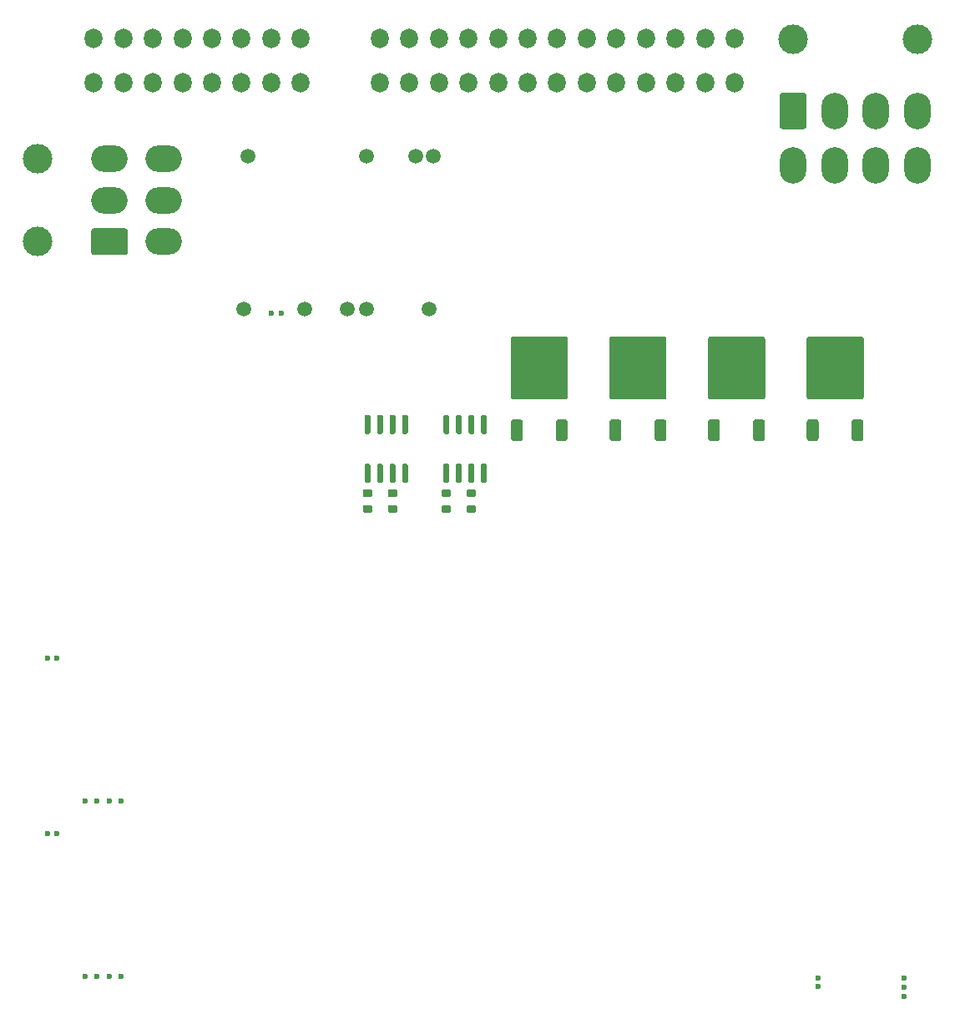
<source format=gts>
G04 #@! TF.GenerationSoftware,KiCad,Pcbnew,8.0.9-8.0.9-0~ubuntu24.04.1*
G04 #@! TF.CreationDate,2025-06-27T12:52:10+00:00*
G04 #@! TF.ProjectId,EP91Starlet,45503931-5374-4617-926c-65742e6b6963,rev?*
G04 #@! TF.SameCoordinates,Original*
G04 #@! TF.FileFunction,Soldermask,Top*
G04 #@! TF.FilePolarity,Negative*
%FSLAX46Y46*%
G04 Gerber Fmt 4.6, Leading zero omitted, Abs format (unit mm)*
G04 Created by KiCad (PCBNEW 8.0.9-8.0.9-0~ubuntu24.04.1) date 2025-06-27 12:52:10*
%MOMM*%
%LPD*%
G01*
G04 APERTURE LIST*
%ADD10C,3.000000*%
%ADD11O,2.700000X3.700000*%
%ADD12C,0.600000*%
%ADD13C,1.500000*%
%ADD14O,1.800000X2.000000*%
%ADD15O,3.700000X2.700000*%
G04 APERTURE END LIST*
D10*
G04 #@! TO.C,J1*
X78976000Y98068000D03*
X91576000Y98068000D03*
G36*
G01*
X77626000Y89168001D02*
X77626000Y92367999D01*
G75*
G02*
X77876001Y92618000I250001J0D01*
G01*
X80075999Y92618000D01*
G75*
G02*
X80326000Y92367999I0J-250001D01*
G01*
X80326000Y89168001D01*
G75*
G02*
X80075999Y88918000I-250001J0D01*
G01*
X77876001Y88918000D01*
G75*
G02*
X77626000Y89168001I0J250001D01*
G01*
G37*
D11*
X83176000Y90768000D03*
X87376000Y90768000D03*
X91576000Y90768000D03*
X78976000Y85268000D03*
X83176000Y85268000D03*
X87376000Y85268000D03*
X91576000Y85268000D03*
G04 #@! TD*
D12*
G04 #@! TO.C,M1*
X8395500Y20834000D03*
X7195500Y20834000D03*
X9595500Y20834000D03*
X10795500Y20834000D03*
X4335500Y35259000D03*
X3335500Y35259000D03*
G04 #@! TD*
G04 #@! TO.C,R1*
G36*
G01*
X38745000Y50060000D02*
X37965000Y50060000D01*
G75*
G02*
X37895000Y50130000I0J70000D01*
G01*
X37895000Y50690000D01*
G75*
G02*
X37965000Y50760000I70000J0D01*
G01*
X38745000Y50760000D01*
G75*
G02*
X38815000Y50690000I0J-70000D01*
G01*
X38815000Y50130000D01*
G75*
G02*
X38745000Y50060000I-70000J0D01*
G01*
G37*
G36*
G01*
X38745000Y51660000D02*
X37965000Y51660000D01*
G75*
G02*
X37895000Y51730000I0J70000D01*
G01*
X37895000Y52290000D01*
G75*
G02*
X37965000Y52360000I70000J0D01*
G01*
X38745000Y52360000D01*
G75*
G02*
X38815000Y52290000I0J-70000D01*
G01*
X38815000Y51730000D01*
G75*
G02*
X38745000Y51660000I-70000J0D01*
G01*
G37*
G04 #@! TD*
G04 #@! TO.C,Q2*
G36*
G01*
X61315000Y57300000D02*
X60615000Y57300000D01*
G75*
G02*
X60365000Y57550000I0J250000D01*
G01*
X60365000Y59250000D01*
G75*
G02*
X60615000Y59500000I250000J0D01*
G01*
X61315000Y59500000D01*
G75*
G02*
X61565000Y59250000I0J-250000D01*
G01*
X61565000Y57550000D01*
G75*
G02*
X61315000Y57300000I-250000J0D01*
G01*
G37*
G36*
G01*
X65895003Y61500000D02*
X60594997Y61500000D01*
G75*
G02*
X60345000Y61749997I0J249997D01*
G01*
X60345000Y67650003D01*
G75*
G02*
X60594997Y67900000I249997J0D01*
G01*
X65895003Y67900000D01*
G75*
G02*
X66145000Y67650003I0J-249997D01*
G01*
X66145000Y61749997D01*
G75*
G02*
X65895003Y61500000I-249997J0D01*
G01*
G37*
G36*
G01*
X65875000Y57300000D02*
X65175000Y57300000D01*
G75*
G02*
X64925000Y57550000I0J250000D01*
G01*
X64925000Y59250000D01*
G75*
G02*
X65175000Y59500000I250000J0D01*
G01*
X65875000Y59500000D01*
G75*
G02*
X66125000Y59250000I0J-250000D01*
G01*
X66125000Y57550000D01*
G75*
G02*
X65875000Y57300000I-250000J0D01*
G01*
G37*
G04 #@! TD*
G04 #@! TO.C,Q1*
G36*
G01*
X51315000Y57300000D02*
X50615000Y57300000D01*
G75*
G02*
X50365000Y57550000I0J250000D01*
G01*
X50365000Y59250000D01*
G75*
G02*
X50615000Y59500000I250000J0D01*
G01*
X51315000Y59500000D01*
G75*
G02*
X51565000Y59250000I0J-250000D01*
G01*
X51565000Y57550000D01*
G75*
G02*
X51315000Y57300000I-250000J0D01*
G01*
G37*
G36*
G01*
X55895003Y61500000D02*
X50594997Y61500000D01*
G75*
G02*
X50345000Y61749997I0J249997D01*
G01*
X50345000Y67650003D01*
G75*
G02*
X50594997Y67900000I249997J0D01*
G01*
X55895003Y67900000D01*
G75*
G02*
X56145000Y67650003I0J-249997D01*
G01*
X56145000Y61749997D01*
G75*
G02*
X55895003Y61500000I-249997J0D01*
G01*
G37*
G36*
G01*
X55875000Y57300000D02*
X55175000Y57300000D01*
G75*
G02*
X54925000Y57550000I0J250000D01*
G01*
X54925000Y59250000D01*
G75*
G02*
X55175000Y59500000I250000J0D01*
G01*
X55875000Y59500000D01*
G75*
G02*
X56125000Y59250000I0J-250000D01*
G01*
X56125000Y57550000D01*
G75*
G02*
X55875000Y57300000I-250000J0D01*
G01*
G37*
G04 #@! TD*
D13*
G04 #@! TO.C,M6*
X42080000Y70698003D03*
X35680003Y70698003D03*
X33780000Y70698003D03*
X29480000Y70698003D03*
D12*
X27080003Y70248004D03*
X26080002Y70248004D03*
D13*
X23230000Y70698003D03*
X42530002Y86198000D03*
X40680003Y86198000D03*
X35730000Y86198000D03*
X23680002Y86198000D03*
G04 #@! TD*
G04 #@! TO.C,R2*
G36*
G01*
X46745000Y50060000D02*
X45965000Y50060000D01*
G75*
G02*
X45895000Y50130000I0J70000D01*
G01*
X45895000Y50690000D01*
G75*
G02*
X45965000Y50760000I70000J0D01*
G01*
X46745000Y50760000D01*
G75*
G02*
X46815000Y50690000I0J-70000D01*
G01*
X46815000Y50130000D01*
G75*
G02*
X46745000Y50060000I-70000J0D01*
G01*
G37*
G36*
G01*
X46745000Y51660000D02*
X45965000Y51660000D01*
G75*
G02*
X45895000Y51730000I0J70000D01*
G01*
X45895000Y52290000D01*
G75*
G02*
X45965000Y52360000I70000J0D01*
G01*
X46745000Y52360000D01*
G75*
G02*
X46815000Y52290000I0J-70000D01*
G01*
X46815000Y51730000D01*
G75*
G02*
X46745000Y51660000I-70000J0D01*
G01*
G37*
G04 #@! TD*
D12*
G04 #@! TO.C,M5*
X8395500Y3054000D03*
X7195500Y3054000D03*
X9595500Y3054000D03*
X10795500Y3054000D03*
X4335500Y17479000D03*
X3335500Y17479000D03*
G04 #@! TD*
D14*
G04 #@! TO.C,U1*
X8056000Y93650000D03*
X11056000Y93650000D03*
X14056000Y93650000D03*
X17056000Y93650000D03*
X20056000Y93650000D03*
X23056000Y93650000D03*
X26056000Y93650000D03*
X29056000Y93650000D03*
X37056000Y93650000D03*
X40056000Y93650000D03*
X43056000Y93650000D03*
X46056000Y93650000D03*
X49056000Y93650000D03*
X52056000Y93650000D03*
X55056000Y93650000D03*
X58056000Y93650000D03*
X61056000Y93650000D03*
X64056000Y93650000D03*
X67056000Y93650000D03*
X70056000Y93650000D03*
X73056000Y93650000D03*
X73056000Y98150000D03*
X70056000Y98150000D03*
X67056000Y98150000D03*
X64056000Y98150000D03*
X61056000Y98150000D03*
X58056000Y98150000D03*
X55056000Y98150000D03*
X52056000Y98150000D03*
X49056000Y98150000D03*
X46056000Y98150000D03*
X43056000Y98150000D03*
X40056000Y98150000D03*
X37056000Y98150000D03*
X29056000Y98150000D03*
X26056000Y98150000D03*
X23056000Y98150000D03*
X20056000Y98150000D03*
X17056000Y98150000D03*
X14056000Y98150000D03*
X11056000Y98150000D03*
X8056000Y98150000D03*
G04 #@! TD*
D10*
G04 #@! TO.C,J2*
X2352000Y77512000D03*
X2352000Y85912000D03*
G36*
G01*
X11251999Y76162000D02*
X8052001Y76162000D01*
G75*
G02*
X7802000Y76412001I0J250001D01*
G01*
X7802000Y78611999D01*
G75*
G02*
X8052001Y78862000I250001J0D01*
G01*
X11251999Y78862000D01*
G75*
G02*
X11502000Y78611999I0J-250001D01*
G01*
X11502000Y76412001D01*
G75*
G02*
X11251999Y76162000I-250001J0D01*
G01*
G37*
D15*
X9652000Y81712000D03*
X9652000Y85912000D03*
X15152000Y77512000D03*
X15152000Y81712000D03*
X15152000Y85912000D03*
G04 #@! TD*
G04 #@! TO.C,U3*
G36*
G01*
X43965000Y53067000D02*
X43665000Y53067000D01*
G75*
G02*
X43515000Y53217000I0J150000D01*
G01*
X43515000Y54867000D01*
G75*
G02*
X43665000Y55017000I150000J0D01*
G01*
X43965000Y55017000D01*
G75*
G02*
X44115000Y54867000I0J-150000D01*
G01*
X44115000Y53217000D01*
G75*
G02*
X43965000Y53067000I-150000J0D01*
G01*
G37*
G36*
G01*
X45235000Y53067000D02*
X44935000Y53067000D01*
G75*
G02*
X44785000Y53217000I0J150000D01*
G01*
X44785000Y54867000D01*
G75*
G02*
X44935000Y55017000I150000J0D01*
G01*
X45235000Y55017000D01*
G75*
G02*
X45385000Y54867000I0J-150000D01*
G01*
X45385000Y53217000D01*
G75*
G02*
X45235000Y53067000I-150000J0D01*
G01*
G37*
G36*
G01*
X46505000Y53067000D02*
X46205000Y53067000D01*
G75*
G02*
X46055000Y53217000I0J150000D01*
G01*
X46055000Y54867000D01*
G75*
G02*
X46205000Y55017000I150000J0D01*
G01*
X46505000Y55017000D01*
G75*
G02*
X46655000Y54867000I0J-150000D01*
G01*
X46655000Y53217000D01*
G75*
G02*
X46505000Y53067000I-150000J0D01*
G01*
G37*
G36*
G01*
X47775000Y53067000D02*
X47475000Y53067000D01*
G75*
G02*
X47325000Y53217000I0J150000D01*
G01*
X47325000Y54867000D01*
G75*
G02*
X47475000Y55017000I150000J0D01*
G01*
X47775000Y55017000D01*
G75*
G02*
X47925000Y54867000I0J-150000D01*
G01*
X47925000Y53217000D01*
G75*
G02*
X47775000Y53067000I-150000J0D01*
G01*
G37*
G36*
G01*
X47775000Y58017000D02*
X47475000Y58017000D01*
G75*
G02*
X47325000Y58167000I0J150000D01*
G01*
X47325000Y59817000D01*
G75*
G02*
X47475000Y59967000I150000J0D01*
G01*
X47775000Y59967000D01*
G75*
G02*
X47925000Y59817000I0J-150000D01*
G01*
X47925000Y58167000D01*
G75*
G02*
X47775000Y58017000I-150000J0D01*
G01*
G37*
G36*
G01*
X46505000Y58017000D02*
X46205000Y58017000D01*
G75*
G02*
X46055000Y58167000I0J150000D01*
G01*
X46055000Y59817000D01*
G75*
G02*
X46205000Y59967000I150000J0D01*
G01*
X46505000Y59967000D01*
G75*
G02*
X46655000Y59817000I0J-150000D01*
G01*
X46655000Y58167000D01*
G75*
G02*
X46505000Y58017000I-150000J0D01*
G01*
G37*
G36*
G01*
X45235000Y58017000D02*
X44935000Y58017000D01*
G75*
G02*
X44785000Y58167000I0J150000D01*
G01*
X44785000Y59817000D01*
G75*
G02*
X44935000Y59967000I150000J0D01*
G01*
X45235000Y59967000D01*
G75*
G02*
X45385000Y59817000I0J-150000D01*
G01*
X45385000Y58167000D01*
G75*
G02*
X45235000Y58017000I-150000J0D01*
G01*
G37*
G36*
G01*
X43965000Y58017000D02*
X43665000Y58017000D01*
G75*
G02*
X43515000Y58167000I0J150000D01*
G01*
X43515000Y59817000D01*
G75*
G02*
X43665000Y59967000I150000J0D01*
G01*
X43965000Y59967000D01*
G75*
G02*
X44115000Y59817000I0J-150000D01*
G01*
X44115000Y58167000D01*
G75*
G02*
X43965000Y58017000I-150000J0D01*
G01*
G37*
G04 #@! TD*
D12*
G04 #@! TO.C,M3*
X90202000Y2880000D03*
X90202000Y1930000D03*
X90202000Y980002D03*
X81502000Y1980000D03*
X81502000Y2880000D03*
G04 #@! TD*
G04 #@! TO.C,Q3*
G36*
G01*
X71315000Y57300000D02*
X70615000Y57300000D01*
G75*
G02*
X70365000Y57550000I0J250000D01*
G01*
X70365000Y59250000D01*
G75*
G02*
X70615000Y59500000I250000J0D01*
G01*
X71315000Y59500000D01*
G75*
G02*
X71565000Y59250000I0J-250000D01*
G01*
X71565000Y57550000D01*
G75*
G02*
X71315000Y57300000I-250000J0D01*
G01*
G37*
G36*
G01*
X75895003Y61500000D02*
X70594997Y61500000D01*
G75*
G02*
X70345000Y61749997I0J249997D01*
G01*
X70345000Y67650003D01*
G75*
G02*
X70594997Y67900000I249997J0D01*
G01*
X75895003Y67900000D01*
G75*
G02*
X76145000Y67650003I0J-249997D01*
G01*
X76145000Y61749997D01*
G75*
G02*
X75895003Y61500000I-249997J0D01*
G01*
G37*
G36*
G01*
X75875000Y57300000D02*
X75175000Y57300000D01*
G75*
G02*
X74925000Y57550000I0J250000D01*
G01*
X74925000Y59250000D01*
G75*
G02*
X75175000Y59500000I250000J0D01*
G01*
X75875000Y59500000D01*
G75*
G02*
X76125000Y59250000I0J-250000D01*
G01*
X76125000Y57550000D01*
G75*
G02*
X75875000Y57300000I-250000J0D01*
G01*
G37*
G04 #@! TD*
G04 #@! TO.C,U2*
G36*
G01*
X35965000Y53067000D02*
X35665000Y53067000D01*
G75*
G02*
X35515000Y53217000I0J150000D01*
G01*
X35515000Y54867000D01*
G75*
G02*
X35665000Y55017000I150000J0D01*
G01*
X35965000Y55017000D01*
G75*
G02*
X36115000Y54867000I0J-150000D01*
G01*
X36115000Y53217000D01*
G75*
G02*
X35965000Y53067000I-150000J0D01*
G01*
G37*
G36*
G01*
X37235000Y53067000D02*
X36935000Y53067000D01*
G75*
G02*
X36785000Y53217000I0J150000D01*
G01*
X36785000Y54867000D01*
G75*
G02*
X36935000Y55017000I150000J0D01*
G01*
X37235000Y55017000D01*
G75*
G02*
X37385000Y54867000I0J-150000D01*
G01*
X37385000Y53217000D01*
G75*
G02*
X37235000Y53067000I-150000J0D01*
G01*
G37*
G36*
G01*
X38505000Y53067000D02*
X38205000Y53067000D01*
G75*
G02*
X38055000Y53217000I0J150000D01*
G01*
X38055000Y54867000D01*
G75*
G02*
X38205000Y55017000I150000J0D01*
G01*
X38505000Y55017000D01*
G75*
G02*
X38655000Y54867000I0J-150000D01*
G01*
X38655000Y53217000D01*
G75*
G02*
X38505000Y53067000I-150000J0D01*
G01*
G37*
G36*
G01*
X39775000Y53067000D02*
X39475000Y53067000D01*
G75*
G02*
X39325000Y53217000I0J150000D01*
G01*
X39325000Y54867000D01*
G75*
G02*
X39475000Y55017000I150000J0D01*
G01*
X39775000Y55017000D01*
G75*
G02*
X39925000Y54867000I0J-150000D01*
G01*
X39925000Y53217000D01*
G75*
G02*
X39775000Y53067000I-150000J0D01*
G01*
G37*
G36*
G01*
X39775000Y58017000D02*
X39475000Y58017000D01*
G75*
G02*
X39325000Y58167000I0J150000D01*
G01*
X39325000Y59817000D01*
G75*
G02*
X39475000Y59967000I150000J0D01*
G01*
X39775000Y59967000D01*
G75*
G02*
X39925000Y59817000I0J-150000D01*
G01*
X39925000Y58167000D01*
G75*
G02*
X39775000Y58017000I-150000J0D01*
G01*
G37*
G36*
G01*
X38505000Y58017000D02*
X38205000Y58017000D01*
G75*
G02*
X38055000Y58167000I0J150000D01*
G01*
X38055000Y59817000D01*
G75*
G02*
X38205000Y59967000I150000J0D01*
G01*
X38505000Y59967000D01*
G75*
G02*
X38655000Y59817000I0J-150000D01*
G01*
X38655000Y58167000D01*
G75*
G02*
X38505000Y58017000I-150000J0D01*
G01*
G37*
G36*
G01*
X37235000Y58017000D02*
X36935000Y58017000D01*
G75*
G02*
X36785000Y58167000I0J150000D01*
G01*
X36785000Y59817000D01*
G75*
G02*
X36935000Y59967000I150000J0D01*
G01*
X37235000Y59967000D01*
G75*
G02*
X37385000Y59817000I0J-150000D01*
G01*
X37385000Y58167000D01*
G75*
G02*
X37235000Y58017000I-150000J0D01*
G01*
G37*
G36*
G01*
X35965000Y58017000D02*
X35665000Y58017000D01*
G75*
G02*
X35515000Y58167000I0J150000D01*
G01*
X35515000Y59817000D01*
G75*
G02*
X35665000Y59967000I150000J0D01*
G01*
X35965000Y59967000D01*
G75*
G02*
X36115000Y59817000I0J-150000D01*
G01*
X36115000Y58167000D01*
G75*
G02*
X35965000Y58017000I-150000J0D01*
G01*
G37*
G04 #@! TD*
G04 #@! TO.C,R3*
G36*
G01*
X36205000Y50060000D02*
X35425000Y50060000D01*
G75*
G02*
X35355000Y50130000I0J70000D01*
G01*
X35355000Y50690000D01*
G75*
G02*
X35425000Y50760000I70000J0D01*
G01*
X36205000Y50760000D01*
G75*
G02*
X36275000Y50690000I0J-70000D01*
G01*
X36275000Y50130000D01*
G75*
G02*
X36205000Y50060000I-70000J0D01*
G01*
G37*
G36*
G01*
X36205000Y51660000D02*
X35425000Y51660000D01*
G75*
G02*
X35355000Y51730000I0J70000D01*
G01*
X35355000Y52290000D01*
G75*
G02*
X35425000Y52360000I70000J0D01*
G01*
X36205000Y52360000D01*
G75*
G02*
X36275000Y52290000I0J-70000D01*
G01*
X36275000Y51730000D01*
G75*
G02*
X36205000Y51660000I-70000J0D01*
G01*
G37*
G04 #@! TD*
G04 #@! TO.C,R4*
G36*
G01*
X44205000Y50060000D02*
X43425000Y50060000D01*
G75*
G02*
X43355000Y50130000I0J70000D01*
G01*
X43355000Y50690000D01*
G75*
G02*
X43425000Y50760000I70000J0D01*
G01*
X44205000Y50760000D01*
G75*
G02*
X44275000Y50690000I0J-70000D01*
G01*
X44275000Y50130000D01*
G75*
G02*
X44205000Y50060000I-70000J0D01*
G01*
G37*
G36*
G01*
X44205000Y51660000D02*
X43425000Y51660000D01*
G75*
G02*
X43355000Y51730000I0J70000D01*
G01*
X43355000Y52290000D01*
G75*
G02*
X43425000Y52360000I70000J0D01*
G01*
X44205000Y52360000D01*
G75*
G02*
X44275000Y52290000I0J-70000D01*
G01*
X44275000Y51730000D01*
G75*
G02*
X44205000Y51660000I-70000J0D01*
G01*
G37*
G04 #@! TD*
G04 #@! TO.C,Q4*
G36*
G01*
X81315000Y57300000D02*
X80615000Y57300000D01*
G75*
G02*
X80365000Y57550000I0J250000D01*
G01*
X80365000Y59250000D01*
G75*
G02*
X80615000Y59500000I250000J0D01*
G01*
X81315000Y59500000D01*
G75*
G02*
X81565000Y59250000I0J-250000D01*
G01*
X81565000Y57550000D01*
G75*
G02*
X81315000Y57300000I-250000J0D01*
G01*
G37*
G36*
G01*
X85895003Y61500000D02*
X80594997Y61500000D01*
G75*
G02*
X80345000Y61749997I0J249997D01*
G01*
X80345000Y67650003D01*
G75*
G02*
X80594997Y67900000I249997J0D01*
G01*
X85895003Y67900000D01*
G75*
G02*
X86145000Y67650003I0J-249997D01*
G01*
X86145000Y61749997D01*
G75*
G02*
X85895003Y61500000I-249997J0D01*
G01*
G37*
G36*
G01*
X85875000Y57300000D02*
X85175000Y57300000D01*
G75*
G02*
X84925000Y57550000I0J250000D01*
G01*
X84925000Y59250000D01*
G75*
G02*
X85175000Y59500000I250000J0D01*
G01*
X85875000Y59500000D01*
G75*
G02*
X86125000Y59250000I0J-250000D01*
G01*
X86125000Y57550000D01*
G75*
G02*
X85875000Y57300000I-250000J0D01*
G01*
G37*
G04 #@! TD*
M02*

</source>
